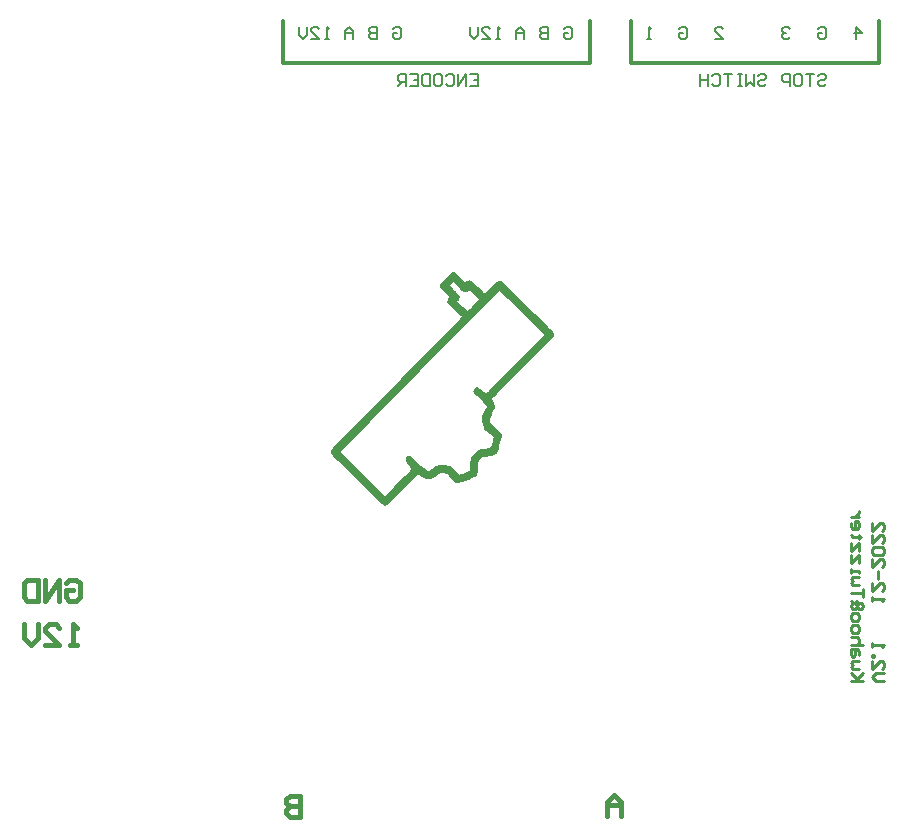
<source format=gbo>
G04 Layer_Color=32896*
%FSLAX25Y25*%
%MOIN*%
G70*
G01*
G75*
%ADD46C,0.01500*%
%ADD47C,0.01000*%
%ADD53C,0.00700*%
%ADD127C,0.01181*%
G36*
X147666Y195886D02*
X147851D01*
X148406Y195423D01*
X148962Y194867D01*
X150073Y193756D01*
X150629Y193201D01*
X150999Y192830D01*
X151277Y192553D01*
X151369Y192460D01*
X151925Y192923D01*
X152295Y193108D01*
X152573Y193201D01*
X153036D01*
X153221Y193108D01*
X153314D01*
X153499Y192923D01*
X154054Y192460D01*
X154795Y191719D01*
X155628Y190979D01*
X156462Y190145D01*
X157202Y189404D01*
X157665Y188942D01*
X157758Y188849D01*
X157851Y188756D01*
X157943Y188849D01*
X158221Y189127D01*
X158499Y189312D01*
X158591Y189404D01*
X159702Y190608D01*
X160628Y191534D01*
X161369Y192182D01*
X161832Y192645D01*
X162202Y192923D01*
X162388Y193016D01*
X162573Y193108D01*
X163221D01*
X163313Y193016D01*
X163869Y192553D01*
X164610Y191812D01*
X165628Y190886D01*
X166739Y189775D01*
X167943Y188571D01*
X169239Y187275D01*
X172017Y184590D01*
X173313Y183201D01*
X174609Y181997D01*
X175813Y180794D01*
X176831Y179775D01*
X177757Y178849D01*
X178406Y178201D01*
X178776Y177831D01*
X178961Y177646D01*
X179609Y177090D01*
X180072Y176627D01*
X180443Y176164D01*
X180628Y175794D01*
X180905Y175331D01*
Y175146D01*
Y174775D01*
X180165Y174035D01*
X179146Y172924D01*
X177943Y171627D01*
X176461Y170146D01*
X174795Y168479D01*
X173035Y166720D01*
X169424Y163016D01*
X167665Y161165D01*
X165998Y159498D01*
X164425Y157924D01*
X163036Y156535D01*
X161832Y155331D01*
X160906Y154405D01*
X160628Y154128D01*
X160351Y153850D01*
X160258Y153757D01*
X160165Y153665D01*
Y153572D01*
X160536Y152924D01*
X160813Y152368D01*
X160999Y151998D01*
X161091Y151720D01*
X161276Y151443D01*
Y151350D01*
Y150980D01*
X161184Y150702D01*
X160999Y150239D01*
X160721Y149683D01*
X160351Y148943D01*
X160073Y148295D01*
X159795Y147739D01*
X159610Y147369D01*
X159517Y147184D01*
Y146998D01*
X159610Y146721D01*
X159702Y146072D01*
X159795Y145424D01*
X159888Y145239D01*
Y145147D01*
X161091Y144221D01*
X162017Y143572D01*
X162573Y142924D01*
X163036Y142554D01*
X163313Y142184D01*
X163406Y141999D01*
X163499Y141813D01*
X163406Y140887D01*
X163221Y139962D01*
X163036Y138943D01*
X162665Y138017D01*
X162388Y137091D01*
X162202Y136443D01*
X162017Y135980D01*
X161925Y135795D01*
X161739Y135425D01*
X161369Y135147D01*
X160813Y134869D01*
X160165Y134684D01*
X159517Y134591D01*
X158962Y134499D01*
X158591Y134406D01*
X158406D01*
X157758Y134313D01*
X157202Y134128D01*
X156369Y133480D01*
X155814Y132832D01*
X155628Y132647D01*
Y132554D01*
Y131165D01*
X155536Y130054D01*
X155443Y129314D01*
X155351Y128758D01*
Y128388D01*
X155258Y128110D01*
X155166Y128017D01*
X153684Y127277D01*
X152388Y126721D01*
X151277Y126258D01*
X150351Y125980D01*
X149703Y125795D01*
X149147Y125703D01*
X148221D01*
X148036Y125795D01*
X147388Y126443D01*
X146832Y126999D01*
X146462Y127369D01*
X146184Y127554D01*
X145999Y127740D01*
X145906Y127832D01*
X145814Y128202D01*
X145443Y128480D01*
X144981Y128665D01*
X144518Y128851D01*
X143962Y128943D01*
X143592Y129036D01*
X143129D01*
X141925Y128295D01*
X141092Y127740D01*
X140351Y127369D01*
X139888Y127092D01*
X139610Y126906D01*
X139425Y126814D01*
X139147D01*
X138777Y126906D01*
X138222Y127092D01*
X137018Y127740D01*
X136462Y128017D01*
X135999Y128295D01*
X135629Y128480D01*
X135536Y128573D01*
X130814Y123851D01*
X129888Y122832D01*
X129055Y121999D01*
X128314Y121166D01*
X127666Y120518D01*
X127018Y119962D01*
X126555Y119499D01*
X125814Y118851D01*
X125259Y118388D01*
X124889Y118203D01*
X124703Y118110D01*
X124148Y118203D01*
X123685Y118481D01*
X123407Y118758D01*
X123314Y118851D01*
X110074Y131999D01*
X108870Y133110D01*
X107945Y134036D01*
X107297Y134684D01*
X106926Y135239D01*
X106648Y135517D01*
X106556Y135795D01*
X106463Y135888D01*
Y136258D01*
X106556Y136628D01*
X106834Y136999D01*
X107204Y137369D01*
X107297Y137462D01*
X112481Y142647D01*
X117296Y147554D01*
X121740Y152183D01*
X125907Y156350D01*
X129796Y160239D01*
X133314Y163850D01*
X136462Y167090D01*
X139333Y169961D01*
X141832Y172553D01*
X144055Y174775D01*
X145906Y176627D01*
X147480Y178201D01*
X148592Y179405D01*
X149518Y180331D01*
X149980Y180794D01*
X150166Y180979D01*
X150073Y181164D01*
X149703Y181442D01*
X149240Y181997D01*
X148684Y182460D01*
X148129Y183016D01*
X147666Y183479D01*
X147295Y183849D01*
X147203Y183942D01*
X146555Y184497D01*
X146092Y184960D01*
X145814Y185331D01*
X145536Y185608D01*
X145351Y186071D01*
Y186164D01*
X145443Y186627D01*
X145721Y187090D01*
X145999Y187460D01*
X146092Y187553D01*
Y187645D01*
X144981Y188756D01*
X144240Y189590D01*
X143684Y190238D01*
X143221Y190701D01*
X143036Y190979D01*
X142944Y191256D01*
X142851Y191349D01*
Y191719D01*
X143036Y191997D01*
X143407Y192553D01*
X143777Y192923D01*
X143869Y193108D01*
X143962D01*
X144888Y194034D01*
X145536Y194775D01*
X146184Y195238D01*
X146555Y195608D01*
X146925Y195793D01*
X147110Y195978D01*
X147295D01*
X147666Y195886D01*
D02*
G37*
%LPC*%
G36*
X162758Y189867D02*
X161554Y188664D01*
X160165Y187275D01*
X158591Y185701D01*
X156925Y184034D01*
X155166Y182275D01*
X153314Y180331D01*
X151369Y178386D01*
X149332Y176349D01*
X145073Y171998D01*
X140629Y167461D01*
X136092Y162924D01*
X131648Y158387D01*
X127296Y154035D01*
X123222Y149869D01*
X121370Y147924D01*
X119518Y146072D01*
X117852Y144406D01*
X116278Y142739D01*
X114796Y141258D01*
X113593Y139962D01*
X112389Y138850D01*
X111463Y137925D01*
X110722Y137091D01*
X110167Y136536D01*
X109796Y136165D01*
X109704Y136073D01*
Y135980D01*
X124611Y121351D01*
X126185Y122925D01*
X127481Y124314D01*
X128685Y125517D01*
X129703Y126536D01*
X130629Y127462D01*
X131277Y128110D01*
X131925Y128758D01*
X132388Y129221D01*
X132759Y129591D01*
X133036Y129869D01*
X133407Y130239D01*
X133592Y130332D01*
X132851Y131073D01*
X132388Y131721D01*
X132018Y132184D01*
X131740Y132647D01*
X131555Y132925D01*
X131462Y133110D01*
Y133202D01*
Y133573D01*
X131555Y133851D01*
X131648Y134128D01*
X132111Y134499D01*
X132573Y134684D01*
X132666Y134776D01*
X132759D01*
X133222Y134591D01*
X134518Y133202D01*
X135629Y132091D01*
X136647Y131258D01*
X137481Y130610D01*
X138129Y130147D01*
X138684Y129869D01*
X138962Y129777D01*
X139055Y129684D01*
X140073Y130332D01*
X140814Y130795D01*
X141462Y131165D01*
X141925Y131443D01*
X142296Y131628D01*
X142481Y131721D01*
X142666Y131814D01*
X143684Y131721D01*
X144425Y131628D01*
X144981Y131536D01*
X145443Y131443D01*
X145721D01*
X145906Y131351D01*
X145999D01*
X146277Y131258D01*
X146740Y130888D01*
X147295Y130425D01*
X147851Y129869D01*
X148314Y129314D01*
X148777Y128851D01*
X149055Y128480D01*
X149147Y128388D01*
X149610Y128480D01*
X150073Y128665D01*
X151277Y129036D01*
X151832Y129314D01*
X152295Y129499D01*
X152666Y129591D01*
X152758Y129684D01*
X152851Y129777D01*
Y130147D01*
X152943Y130610D01*
Y131258D01*
X153036Y131814D01*
Y132276D01*
Y132647D01*
Y132739D01*
X153129Y133295D01*
X153314Y133851D01*
X153962Y134869D01*
X154332Y135239D01*
X154702Y135610D01*
X154888Y135795D01*
X154980Y135888D01*
X155073Y136073D01*
X155166Y136258D01*
X155721Y136536D01*
X156462Y136813D01*
X157295Y136999D01*
X158221Y137091D01*
X158962Y137184D01*
X159517Y137276D01*
X159702D01*
X159888Y137832D01*
X160073Y138387D01*
X160443Y139684D01*
X160628Y140239D01*
X160721Y140702D01*
X160813Y140980D01*
Y141073D01*
X159702Y141906D01*
X158962Y142554D01*
X158406Y142924D01*
X158221Y143110D01*
X158036Y143202D01*
X157851Y143295D01*
X157573Y143758D01*
X157388Y144406D01*
X157110Y145239D01*
X156925Y145980D01*
X156832Y146628D01*
X156739Y147091D01*
Y147276D01*
Y147461D01*
X156832Y147739D01*
X157017Y148202D01*
X157295Y148758D01*
X157573Y149406D01*
X157943Y149961D01*
X158221Y150517D01*
X158406Y150887D01*
X158499Y150980D01*
Y151072D01*
X157943Y151813D01*
X157295Y152554D01*
X156832Y153202D01*
X156739Y153294D01*
X156647Y153387D01*
X155814Y154128D01*
X155166Y154683D01*
X154702Y155146D01*
X154332Y155517D01*
X154147Y155794D01*
X154054Y155980D01*
Y156165D01*
Y156350D01*
X154147Y156720D01*
X154332Y157091D01*
X154702Y157368D01*
X155073Y157554D01*
X155536D01*
X155906Y157368D01*
X156369Y157091D01*
X157295Y156442D01*
X157665Y156072D01*
X157943Y155794D01*
X158128Y155609D01*
X158221Y155517D01*
X158314Y155609D01*
X158499Y155794D01*
X158776Y156072D01*
X159147Y156442D01*
X160165Y157461D01*
X161462Y158665D01*
X162943Y160239D01*
X164610Y161813D01*
X166276Y163664D01*
X168128Y165424D01*
X169887Y167276D01*
X171646Y169035D01*
X173221Y170609D01*
X174702Y172090D01*
X175906Y173387D01*
X176831Y174312D01*
X177202Y174683D01*
X177480Y174960D01*
X177572Y175053D01*
X177665Y175146D01*
X175906Y176905D01*
X174239Y178571D01*
X172665Y180146D01*
X171276Y181534D01*
X169887Y182831D01*
X168684Y184034D01*
X167573Y185145D01*
X166554Y186164D01*
X165721Y186997D01*
X164887Y187738D01*
X164239Y188386D01*
X163684Y188942D01*
X163313Y189312D01*
X163036Y189682D01*
X162850Y189775D01*
X162758Y189867D01*
D02*
G37*
G36*
X147388Y192645D02*
X146092Y191534D01*
Y191442D01*
X146740Y190793D01*
X147295Y190330D01*
X147666Y189960D01*
X147851Y189682D01*
X148036Y189497D01*
X148129D01*
Y189404D01*
X148592Y189034D01*
X148869Y188756D01*
X149240Y188201D01*
X149425Y187830D01*
Y187738D01*
X149332Y187182D01*
X149055Y186719D01*
X148777Y186349D01*
X148684Y186257D01*
X149703Y185145D01*
X150536Y184405D01*
X151092Y183849D01*
X151462Y183386D01*
X151740Y183201D01*
X151925Y183108D01*
X152017Y183016D01*
X152110D01*
X152295Y183201D01*
X152758Y183571D01*
X153406Y184220D01*
X154054Y184868D01*
X154795Y185516D01*
X155351Y186164D01*
X155721Y186534D01*
X155906Y186719D01*
X152851Y189960D01*
X152388Y189497D01*
X152017Y189312D01*
X151832Y189219D01*
X151184D01*
X150814Y189404D01*
X150351Y189775D01*
X149703Y190330D01*
X149055Y190979D01*
X148406Y191534D01*
X147943Y192090D01*
X147480Y192460D01*
X147388Y192645D01*
D02*
G37*
%LPD*%
D46*
X21752Y71555D02*
X19419D01*
X20586D01*
Y78553D01*
X21752Y77387D01*
X11255Y71555D02*
X15921D01*
X11255Y76220D01*
Y77387D01*
X12422Y78553D01*
X14754D01*
X15921Y77387D01*
X8923Y78553D02*
Y73888D01*
X6590Y71555D01*
X4258Y73888D01*
Y78553D01*
X203150Y14665D02*
Y19331D01*
X200817Y21663D01*
X198484Y19331D01*
Y14665D01*
Y18164D01*
X203150D01*
X96260Y21368D02*
Y14370D01*
X92761D01*
X91595Y15536D01*
Y16703D01*
X92761Y17869D01*
X96260D01*
X92761D01*
X91595Y19035D01*
Y20201D01*
X92761Y21368D01*
X96260D01*
X18169Y92150D02*
X19336Y93317D01*
X21668D01*
X22835Y92150D01*
Y87485D01*
X21668Y86319D01*
X19336D01*
X18169Y87485D01*
Y89818D01*
X20502D01*
X15837Y86319D02*
Y93317D01*
X11172Y86319D01*
Y93317D01*
X8839D02*
Y86319D01*
X5340D01*
X4174Y87485D01*
Y92150D01*
X5340Y93317D01*
X8839D01*
D47*
X290937Y59661D02*
X288271D01*
X286939Y60994D01*
X288271Y62327D01*
X290937D01*
X286939Y66326D02*
Y63660D01*
X289604Y66326D01*
X290271D01*
X290937Y65659D01*
Y64327D01*
X290271Y63660D01*
X286939Y67659D02*
X287605D01*
Y68325D01*
X286939D01*
Y67659D01*
Y70991D02*
Y72324D01*
Y71658D01*
X290937D01*
X290271Y70991D01*
X286939Y86320D02*
Y87652D01*
Y86986D01*
X290937D01*
X290271Y86320D01*
X286939Y92318D02*
Y89652D01*
X289604Y92318D01*
X290271D01*
X290937Y91651D01*
Y90318D01*
X290271Y89652D01*
X288938Y93651D02*
Y96316D01*
X286939Y100315D02*
Y97649D01*
X289604Y100315D01*
X290271D01*
X290937Y99648D01*
Y98316D01*
X290271Y97649D01*
Y101648D02*
X290937Y102314D01*
Y103647D01*
X290271Y104314D01*
X287605D01*
X286939Y103647D01*
Y102314D01*
X287605Y101648D01*
X290271D01*
X286939Y108312D02*
Y105647D01*
X289604Y108312D01*
X290271D01*
X290937Y107646D01*
Y106313D01*
X290271Y105647D01*
X286939Y112311D02*
Y109645D01*
X289604Y112311D01*
X290271D01*
X290937Y111645D01*
Y110312D01*
X290271Y109645D01*
X283739Y59661D02*
X279740D01*
X281073D01*
X283739Y62327D01*
X281739Y60328D01*
X279740Y62327D01*
X282406Y63660D02*
X280407D01*
X279740Y64327D01*
X280407Y64993D01*
X279740Y65659D01*
X280407Y66326D01*
X282406D01*
Y68325D02*
Y69658D01*
X281739Y70325D01*
X279740D01*
Y68325D01*
X280407Y67659D01*
X281073Y68325D01*
Y70325D01*
X283739Y71658D02*
X279740D01*
X281739D01*
X282406Y72324D01*
Y73657D01*
X281739Y74323D01*
X279740D01*
Y76323D02*
Y77656D01*
X280407Y78322D01*
X281739D01*
X282406Y77656D01*
Y76323D01*
X281739Y75656D01*
X280407D01*
X279740Y76323D01*
Y80321D02*
Y81654D01*
X280407Y82321D01*
X281739D01*
X282406Y81654D01*
Y80321D01*
X281739Y79655D01*
X280407D01*
X279740Y80321D01*
Y86320D02*
X280407Y85653D01*
X279740Y84987D01*
Y84320D01*
X280407Y83654D01*
X281073D01*
X281739Y84320D01*
X282406Y83654D01*
X283072D01*
X283739Y84320D01*
Y84987D01*
X283072Y85653D01*
X282406D01*
X281739Y84987D01*
X281073Y85653D01*
X280407D01*
X281739Y86320D02*
X281073Y85653D01*
X281739Y84320D02*
Y84987D01*
X283739Y87652D02*
Y90318D01*
Y88985D01*
X279740D01*
X282406Y91651D02*
X280407D01*
X279740Y92318D01*
X280407Y92984D01*
X279740Y93651D01*
X280407Y94317D01*
X282406D01*
X279740Y95650D02*
Y96983D01*
Y96316D01*
X282406D01*
Y95650D01*
Y98982D02*
Y101648D01*
X279740Y98982D01*
Y101648D01*
X282406Y102981D02*
Y105647D01*
X279740Y102981D01*
Y105647D01*
X283072Y107646D02*
X282406D01*
Y106980D01*
Y108312D01*
Y107646D01*
X280407D01*
X279740Y108312D01*
Y112311D02*
Y110978D01*
X280407Y110312D01*
X281739D01*
X282406Y110978D01*
Y112311D01*
X281739Y112978D01*
X281073D01*
Y110312D01*
X282406Y114311D02*
X279740D01*
X281073D01*
X281739Y114977D01*
X282406Y115643D01*
Y116310D01*
D53*
X268988Y261206D02*
X269654Y261873D01*
X270987D01*
X271654Y261206D01*
Y260540D01*
X270987Y259873D01*
X269654D01*
X268988Y259207D01*
Y258541D01*
X269654Y257874D01*
X270987D01*
X271654Y258541D01*
X267655Y261873D02*
X264989D01*
X266322D01*
Y257874D01*
X261657Y261873D02*
X262990D01*
X263656Y261206D01*
Y258541D01*
X262990Y257874D01*
X261657D01*
X260990Y258541D01*
Y261206D01*
X261657Y261873D01*
X259657Y257874D02*
Y261873D01*
X257658D01*
X256992Y261206D01*
Y259873D01*
X257658Y259207D01*
X259657D01*
X248994Y261206D02*
X249661Y261873D01*
X250993D01*
X251660Y261206D01*
Y260540D01*
X250993Y259873D01*
X249661D01*
X248994Y259207D01*
Y258541D01*
X249661Y257874D01*
X250993D01*
X251660Y258541D01*
X247661Y261873D02*
Y257874D01*
X246328Y259207D01*
X244995Y257874D01*
Y261873D01*
X243663D02*
X242330D01*
X242996D01*
Y257874D01*
X243663D01*
X242330D01*
X240330Y261873D02*
X237665D01*
X238997D01*
Y257874D01*
X233666Y261206D02*
X234332Y261873D01*
X235665D01*
X236332Y261206D01*
Y258541D01*
X235665Y257874D01*
X234332D01*
X233666Y258541D01*
X232333Y261873D02*
Y257874D01*
Y259873D01*
X229667D01*
Y261873D01*
Y257874D01*
X281465Y273622D02*
Y277621D01*
X283465Y275621D01*
X280799D01*
X268803Y276954D02*
X269469Y277621D01*
X270802D01*
X271468Y276954D01*
Y274289D01*
X270802Y273622D01*
X269469D01*
X268803Y274289D01*
Y275621D01*
X270135D01*
X259472Y276954D02*
X258806Y277621D01*
X257473D01*
X256806Y276954D01*
Y276288D01*
X257473Y275621D01*
X258139D01*
X257473D01*
X256806Y274955D01*
Y274289D01*
X257473Y273622D01*
X258806D01*
X259472Y274289D01*
X234539Y273622D02*
X237205D01*
X234539Y276288D01*
Y276954D01*
X235205Y277621D01*
X236538D01*
X237205Y276954D01*
X222543D02*
X223209Y277621D01*
X224542D01*
X225209Y276954D01*
Y274289D01*
X224542Y273622D01*
X223209D01*
X222543Y274289D01*
Y275621D01*
X223876D01*
X213212Y273622D02*
X211880D01*
X212546D01*
Y277621D01*
X213212Y276954D01*
X152846Y261873D02*
X155512D01*
Y257874D01*
X152846D01*
X155512Y259873D02*
X154179D01*
X151513Y257874D02*
Y261873D01*
X148847Y257874D01*
Y261873D01*
X144849Y261206D02*
X145515Y261873D01*
X146848D01*
X147514Y261206D01*
Y258541D01*
X146848Y257874D01*
X145515D01*
X144849Y258541D01*
X141516Y261873D02*
X142849D01*
X143516Y261206D01*
Y258541D01*
X142849Y257874D01*
X141516D01*
X140850Y258541D01*
Y261206D01*
X141516Y261873D01*
X139517D02*
Y257874D01*
X137518D01*
X136851Y258541D01*
Y261206D01*
X137518Y261873D01*
X139517D01*
X132852D02*
X135518D01*
Y257874D01*
X132852D01*
X135518Y259873D02*
X134185D01*
X131520Y257874D02*
Y261873D01*
X129520D01*
X128854Y261206D01*
Y259873D01*
X129520Y259207D01*
X131520D01*
X130187D02*
X128854Y257874D01*
X184342Y276954D02*
X185009Y277621D01*
X186341D01*
X187008Y276954D01*
Y274289D01*
X186341Y273622D01*
X185009D01*
X184342Y274289D01*
Y275621D01*
X185675D01*
X179010Y277621D02*
Y273622D01*
X177011D01*
X176345Y274289D01*
Y274955D01*
X177011Y275621D01*
X179010D01*
X177011D01*
X176345Y276288D01*
Y276954D01*
X177011Y277621D01*
X179010D01*
X171013Y273622D02*
Y276288D01*
X169680Y277621D01*
X168347Y276288D01*
Y273622D01*
Y275621D01*
X171013D01*
X163016Y273622D02*
X161683D01*
X162349D01*
Y277621D01*
X163016Y276954D01*
X157018Y273622D02*
X159683D01*
X157018Y276288D01*
Y276954D01*
X157684Y277621D01*
X159017D01*
X159683Y276954D01*
X155685Y277621D02*
Y274955D01*
X154352Y273622D01*
X153019Y274955D01*
Y277621D01*
X127255Y276954D02*
X127922Y277621D01*
X129255D01*
X129921Y276954D01*
Y274289D01*
X129255Y273622D01*
X127922D01*
X127255Y274289D01*
Y275621D01*
X128588D01*
X121924Y277621D02*
Y273622D01*
X119924D01*
X119258Y274289D01*
Y274955D01*
X119924Y275621D01*
X121924D01*
X119924D01*
X119258Y276288D01*
Y276954D01*
X119924Y277621D01*
X121924D01*
X113926Y273622D02*
Y276288D01*
X112593Y277621D01*
X111261Y276288D01*
Y273622D01*
Y275621D01*
X113926D01*
X105929Y273622D02*
X104596D01*
X105263D01*
Y277621D01*
X105929Y276954D01*
X99931Y273622D02*
X102597D01*
X99931Y276288D01*
Y276954D01*
X100597Y277621D01*
X101930D01*
X102597Y276954D01*
X98598Y277621D02*
Y274955D01*
X97265Y273622D01*
X95932Y274955D01*
Y277621D01*
D127*
X289370Y265748D02*
Y279528D01*
X206693Y265748D02*
X289370D01*
X206693D02*
Y279528D01*
X90551Y265748D02*
Y279528D01*
Y265748D02*
X192913D01*
Y279528D01*
M02*

</source>
